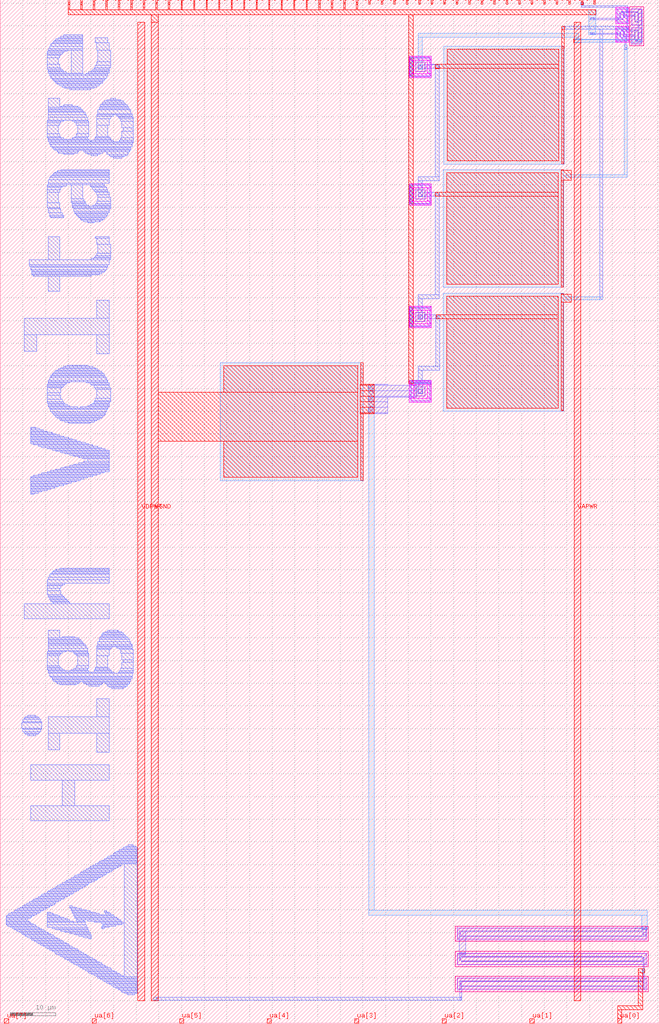
<source format=lef>
MACRO tt_um_urish_charge_pump
  CLASS BLOCK ;
  FOREIGN tt_um_urish_charge_pump ;
  ORIGIN 0.000 0.000 ;
  SIZE 145.360 BY 225.760 ;
  PIN clk
    DIRECTION INPUT ;
    USE SIGNAL ;
    ANTENNAGATEAREA 1.250000 ;
    PORT
      LAYER met4 ;
        RECT 128.190 224.760 128.490 225.760 ;
    END
  END clk
  PIN ena
    DIRECTION INPUT ;
    USE SIGNAL ;
    PORT
      LAYER met4 ;
        RECT 130.950 224.760 131.250 225.760 ;
    END
  END ena
  PIN rst_n
    DIRECTION INPUT ;
    USE SIGNAL ;
    PORT
      LAYER met4 ;
        RECT 125.430 224.760 125.730 225.760 ;
    END
  END rst_n
  PIN ua[0]
    DIRECTION INOUT ;
    USE SIGNAL ;
    ANTENNAGATEAREA 16.799999 ;
    ANTENNADIFFAREA 25.804199 ;
    PORT
      LAYER met4 ;
        RECT 136.170 0.000 137.070 1.000 ;
    END
  END ua[0]
  PIN ua[1]
    DIRECTION INOUT ;
    USE SIGNAL ;
    PORT
      LAYER met4 ;
        RECT 116.850 0.000 117.750 1.000 ;
    END
  END ua[1]
  PIN ua[2]
    DIRECTION INOUT ;
    USE SIGNAL ;
    PORT
      LAYER met4 ;
        RECT 97.530 0.000 98.430 1.000 ;
    END
  END ua[2]
  PIN ua[3]
    DIRECTION INOUT ;
    USE SIGNAL ;
    PORT
      LAYER met4 ;
        RECT 78.210 0.000 79.110 1.000 ;
    END
  END ua[3]
  PIN ua[4]
    DIRECTION INOUT ;
    USE SIGNAL ;
    PORT
      LAYER met4 ;
        RECT 58.890 0.000 59.790 1.000 ;
    END
  END ua[4]
  PIN ua[5]
    DIRECTION INOUT ;
    USE SIGNAL ;
    PORT
      LAYER met4 ;
        RECT 39.570 0.000 40.470 1.000 ;
    END
  END ua[5]
  PIN ua[6]
    DIRECTION INOUT ;
    USE SIGNAL ;
    PORT
      LAYER met4 ;
        RECT 20.250 0.000 21.150 1.000 ;
    END
  END ua[6]
  PIN ua[7]
    DIRECTION INOUT ;
    USE SIGNAL ;
    PORT
      LAYER met4 ;
        RECT 0.930 0.000 1.830 1.000 ;
    END
  END ua[7]
  PIN ui_in[0]
    DIRECTION INPUT ;
    USE SIGNAL ;
    PORT
      LAYER met4 ;
        RECT 122.670 224.760 122.970 225.760 ;
    END
  END ui_in[0]
  PIN ui_in[1]
    DIRECTION INPUT ;
    USE SIGNAL ;
    PORT
      LAYER met4 ;
        RECT 119.910 224.760 120.210 225.760 ;
    END
  END ui_in[1]
  PIN ui_in[2]
    DIRECTION INPUT ;
    USE SIGNAL ;
    PORT
      LAYER met4 ;
        RECT 117.150 224.760 117.450 225.760 ;
    END
  END ui_in[2]
  PIN ui_in[3]
    DIRECTION INPUT ;
    USE SIGNAL ;
    PORT
      LAYER met4 ;
        RECT 114.390 224.760 114.690 225.760 ;
    END
  END ui_in[3]
  PIN ui_in[4]
    DIRECTION INPUT ;
    USE SIGNAL ;
    PORT
      LAYER met4 ;
        RECT 111.630 224.760 111.930 225.760 ;
    END
  END ui_in[4]
  PIN ui_in[5]
    DIRECTION INPUT ;
    USE SIGNAL ;
    PORT
      LAYER met4 ;
        RECT 108.870 224.760 109.170 225.760 ;
    END
  END ui_in[5]
  PIN ui_in[6]
    DIRECTION INPUT ;
    USE SIGNAL ;
    PORT
      LAYER met4 ;
        RECT 106.110 224.760 106.410 225.760 ;
    END
  END ui_in[6]
  PIN ui_in[7]
    DIRECTION INPUT ;
    USE SIGNAL ;
    PORT
      LAYER met4 ;
        RECT 103.350 224.760 103.650 225.760 ;
    END
  END ui_in[7]
  PIN uio_in[0]
    DIRECTION INPUT ;
    USE SIGNAL ;
    PORT
      LAYER met4 ;
        RECT 100.590 224.760 100.890 225.760 ;
    END
  END uio_in[0]
  PIN uio_in[1]
    DIRECTION INPUT ;
    USE SIGNAL ;
    PORT
      LAYER met4 ;
        RECT 97.830 224.760 98.130 225.760 ;
    END
  END uio_in[1]
  PIN uio_in[2]
    DIRECTION INPUT ;
    USE SIGNAL ;
    PORT
      LAYER met4 ;
        RECT 95.070 224.760 95.370 225.760 ;
    END
  END uio_in[2]
  PIN uio_in[3]
    DIRECTION INPUT ;
    USE SIGNAL ;
    PORT
      LAYER met4 ;
        RECT 92.310 224.760 92.610 225.760 ;
    END
  END uio_in[3]
  PIN uio_in[4]
    DIRECTION INPUT ;
    USE SIGNAL ;
    PORT
      LAYER met4 ;
        RECT 89.550 224.760 89.850 225.760 ;
    END
  END uio_in[4]
  PIN uio_in[5]
    DIRECTION INPUT ;
    USE SIGNAL ;
    PORT
      LAYER met4 ;
        RECT 86.790 224.760 87.090 225.760 ;
    END
  END uio_in[5]
  PIN uio_in[6]
    DIRECTION INPUT ;
    USE SIGNAL ;
    PORT
      LAYER met4 ;
        RECT 84.030 224.760 84.330 225.760 ;
    END
  END uio_in[6]
  PIN uio_in[7]
    DIRECTION INPUT ;
    USE SIGNAL ;
    PORT
      LAYER met4 ;
        RECT 81.270 224.760 81.570 225.760 ;
    END
  END uio_in[7]
  PIN uio_oe[0]
    DIRECTION OUTPUT ;
    USE SIGNAL ;
    ANTENNAGATEAREA 16.799999 ;
    ANTENNADIFFAREA 25.734600 ;
    PORT
      LAYER met4 ;
        RECT 34.350 224.760 34.650 225.760 ;
    END
  END uio_oe[0]
  PIN uio_oe[1]
    DIRECTION OUTPUT ;
    USE SIGNAL ;
    ANTENNAGATEAREA 16.799999 ;
    ANTENNADIFFAREA 25.734600 ;
    PORT
      LAYER met4 ;
        RECT 31.590 224.760 31.890 225.760 ;
    END
  END uio_oe[1]
  PIN uio_oe[2]
    DIRECTION OUTPUT ;
    USE SIGNAL ;
    ANTENNAGATEAREA 16.799999 ;
    ANTENNADIFFAREA 25.734600 ;
    PORT
      LAYER met4 ;
        RECT 28.830 224.760 29.130 225.760 ;
    END
  END uio_oe[2]
  PIN uio_oe[3]
    DIRECTION OUTPUT ;
    USE SIGNAL ;
    ANTENNAGATEAREA 16.799999 ;
    ANTENNADIFFAREA 25.734600 ;
    PORT
      LAYER met4 ;
        RECT 26.070 224.760 26.370 225.760 ;
    END
  END uio_oe[3]
  PIN uio_oe[4]
    DIRECTION OUTPUT ;
    USE SIGNAL ;
    ANTENNAGATEAREA 16.799999 ;
    ANTENNADIFFAREA 25.734600 ;
    PORT
      LAYER met4 ;
        RECT 23.310 224.760 23.610 225.760 ;
    END
  END uio_oe[4]
  PIN uio_oe[5]
    DIRECTION OUTPUT ;
    USE SIGNAL ;
    ANTENNAGATEAREA 16.799999 ;
    ANTENNADIFFAREA 25.734600 ;
    PORT
      LAYER met4 ;
        RECT 20.550 224.760 20.850 225.760 ;
    END
  END uio_oe[5]
  PIN uio_oe[6]
    DIRECTION OUTPUT ;
    USE SIGNAL ;
    ANTENNAGATEAREA 16.799999 ;
    ANTENNADIFFAREA 25.734600 ;
    PORT
      LAYER met4 ;
        RECT 17.790 224.760 18.090 225.760 ;
    END
  END uio_oe[6]
  PIN uio_oe[7]
    DIRECTION OUTPUT ;
    USE SIGNAL ;
    ANTENNAGATEAREA 16.799999 ;
    ANTENNADIFFAREA 25.734600 ;
    PORT
      LAYER met4 ;
        RECT 15.030 224.760 15.330 225.760 ;
    END
  END uio_oe[7]
  PIN uio_out[0]
    DIRECTION OUTPUT ;
    USE SIGNAL ;
    ANTENNAGATEAREA 16.799999 ;
    ANTENNADIFFAREA 25.734600 ;
    PORT
      LAYER met4 ;
        RECT 56.430 224.760 56.730 225.760 ;
    END
  END uio_out[0]
  PIN uio_out[1]
    DIRECTION OUTPUT ;
    USE SIGNAL ;
    ANTENNAGATEAREA 16.799999 ;
    ANTENNADIFFAREA 25.734600 ;
    PORT
      LAYER met4 ;
        RECT 53.670 224.760 53.970 225.760 ;
    END
  END uio_out[1]
  PIN uio_out[2]
    DIRECTION OUTPUT ;
    USE SIGNAL ;
    ANTENNAGATEAREA 16.799999 ;
    ANTENNADIFFAREA 25.734600 ;
    PORT
      LAYER met4 ;
        RECT 50.910 224.760 51.210 225.760 ;
    END
  END uio_out[2]
  PIN uio_out[3]
    DIRECTION OUTPUT ;
    USE SIGNAL ;
    ANTENNAGATEAREA 16.799999 ;
    ANTENNADIFFAREA 25.734600 ;
    PORT
      LAYER met4 ;
        RECT 48.150 224.760 48.450 225.760 ;
    END
  END uio_out[3]
  PIN uio_out[4]
    DIRECTION OUTPUT ;
    USE SIGNAL ;
    ANTENNAGATEAREA 16.799999 ;
    ANTENNADIFFAREA 25.734600 ;
    PORT
      LAYER met4 ;
        RECT 45.390 224.760 45.690 225.760 ;
    END
  END uio_out[4]
  PIN uio_out[5]
    DIRECTION OUTPUT ;
    USE SIGNAL ;
    ANTENNAGATEAREA 16.799999 ;
    ANTENNADIFFAREA 25.734600 ;
    PORT
      LAYER met4 ;
        RECT 42.630 224.760 42.930 225.760 ;
    END
  END uio_out[5]
  PIN uio_out[6]
    DIRECTION OUTPUT ;
    USE SIGNAL ;
    ANTENNAGATEAREA 16.799999 ;
    ANTENNADIFFAREA 25.734600 ;
    PORT
      LAYER met4 ;
        RECT 39.870 224.760 40.170 225.760 ;
    END
  END uio_out[6]
  PIN uio_out[7]
    DIRECTION OUTPUT ;
    USE SIGNAL ;
    ANTENNAGATEAREA 16.799999 ;
    ANTENNADIFFAREA 25.734600 ;
    PORT
      LAYER met4 ;
        RECT 37.110 224.760 37.410 225.760 ;
    END
  END uio_out[7]
  PIN uo_out[0]
    DIRECTION OUTPUT ;
    USE SIGNAL ;
    ANTENNAGATEAREA 16.799999 ;
    ANTENNADIFFAREA 25.734600 ;
    PORT
      LAYER met4 ;
        RECT 78.510 224.760 78.810 225.760 ;
    END
  END uo_out[0]
  PIN uo_out[1]
    DIRECTION OUTPUT ;
    USE SIGNAL ;
    ANTENNAGATEAREA 16.799999 ;
    ANTENNADIFFAREA 25.734600 ;
    PORT
      LAYER met4 ;
        RECT 75.750 224.760 76.050 225.760 ;
    END
  END uo_out[1]
  PIN uo_out[2]
    DIRECTION OUTPUT ;
    USE SIGNAL ;
    ANTENNAGATEAREA 16.799999 ;
    ANTENNADIFFAREA 25.734600 ;
    PORT
      LAYER met4 ;
        RECT 72.990 224.760 73.290 225.760 ;
    END
  END uo_out[2]
  PIN uo_out[3]
    DIRECTION OUTPUT ;
    USE SIGNAL ;
    ANTENNAGATEAREA 16.799999 ;
    ANTENNADIFFAREA 25.734600 ;
    PORT
      LAYER met4 ;
        RECT 70.230 224.760 70.530 225.760 ;
    END
  END uo_out[3]
  PIN uo_out[4]
    DIRECTION OUTPUT ;
    USE SIGNAL ;
    ANTENNAGATEAREA 16.799999 ;
    ANTENNADIFFAREA 25.734600 ;
    PORT
      LAYER met4 ;
        RECT 67.470 224.760 67.770 225.760 ;
    END
  END uo_out[4]
  PIN uo_out[5]
    DIRECTION OUTPUT ;
    USE SIGNAL ;
    ANTENNAGATEAREA 16.799999 ;
    ANTENNADIFFAREA 25.734600 ;
    PORT
      LAYER met4 ;
        RECT 64.710 224.760 65.010 225.760 ;
    END
  END uo_out[5]
  PIN uo_out[6]
    DIRECTION OUTPUT ;
    USE SIGNAL ;
    ANTENNAGATEAREA 16.799999 ;
    ANTENNADIFFAREA 25.734600 ;
    PORT
      LAYER met4 ;
        RECT 61.950 224.760 62.250 225.760 ;
    END
  END uo_out[6]
  PIN uo_out[7]
    DIRECTION OUTPUT ;
    USE SIGNAL ;
    ANTENNAGATEAREA 16.799999 ;
    ANTENNADIFFAREA 25.734600 ;
    PORT
      LAYER met4 ;
        RECT 59.190 224.760 59.490 225.760 ;
    END
  END uo_out[7]
  PIN VAPWR
    DIRECTION INOUT ;
    USE POWER ;
    PORT
      LAYER met4 ;
        RECT 126.560 5.000 128.060 220.760 ;
    END
  END VAPWR
  PIN VGND
    DIRECTION INOUT ;
    USE GROUND ;
    PORT
      LAYER met4 ;
        RECT 33.360 5.000 34.860 220.760 ;
    END
  END VGND
  PIN VDPWR
    DIRECTION INOUT ;
    USE POWER ;
    PORT
      LAYER met4 ;
        RECT 30.360 5.000 31.860 220.760 ;
    END
  END VDPWR
  OBS
      LAYER pwell ;
        RECT 135.800 220.490 138.580 224.070 ;
        RECT 135.800 216.350 138.580 219.930 ;
      LAYER nwell ;
        RECT 138.830 215.600 141.910 224.210 ;
      LAYER pwell ;
        RECT 90.260 212.420 95.040 213.320 ;
        RECT 90.260 209.440 91.160 212.420 ;
      LAYER nwell ;
        RECT 91.160 209.440 94.140 212.420 ;
      LAYER pwell ;
        RECT 94.140 209.440 95.040 212.420 ;
        RECT 90.260 208.540 95.040 209.440 ;
        RECT 90.300 184.310 95.080 185.210 ;
        RECT 90.300 181.330 91.200 184.310 ;
      LAYER nwell ;
        RECT 91.200 181.330 94.180 184.310 ;
      LAYER pwell ;
        RECT 94.180 181.330 95.080 184.310 ;
        RECT 90.300 180.430 95.080 181.330 ;
        RECT 90.270 157.270 95.050 158.170 ;
        RECT 90.270 154.290 91.170 157.270 ;
      LAYER nwell ;
        RECT 91.170 154.290 94.150 157.270 ;
      LAYER pwell ;
        RECT 94.150 154.290 95.050 157.270 ;
        RECT 90.270 153.390 95.050 154.290 ;
        RECT 90.270 140.850 95.050 141.750 ;
        RECT 90.270 137.870 91.170 140.850 ;
      LAYER nwell ;
        RECT 91.170 137.870 94.150 140.850 ;
      LAYER pwell ;
        RECT 94.150 137.870 95.050 140.850 ;
        RECT 90.270 136.970 95.050 137.870 ;
      LAYER nwell ;
        RECT 100.360 18.050 142.940 21.440 ;
        RECT 100.360 12.480 142.940 15.870 ;
        RECT 100.360 7.000 142.940 10.390 ;
      LAYER li1 ;
        RECT 136.040 223.660 138.340 223.830 ;
        RECT 136.040 220.900 136.210 223.660 ;
        RECT 136.940 222.970 137.440 223.140 ;
        RECT 136.710 221.760 136.880 222.800 ;
        RECT 137.500 221.760 137.670 222.800 ;
        RECT 136.940 221.420 137.440 221.590 ;
        RECT 138.170 220.900 138.340 223.660 ;
        RECT 136.040 220.730 138.340 220.900 ;
        RECT 139.220 223.650 141.520 223.820 ;
        RECT 139.220 220.300 139.390 223.650 ;
        RECT 141.350 223.340 141.520 223.650 ;
        RECT 140.120 222.960 140.620 223.130 ;
        RECT 139.890 221.205 140.060 222.745 ;
        RECT 140.680 221.205 140.850 222.745 ;
        RECT 140.120 220.820 140.620 220.990 ;
        RECT 141.340 220.600 141.520 223.340 ;
        RECT 141.350 220.300 141.520 220.600 ;
        RECT 139.220 220.130 141.520 220.300 ;
        RECT 136.040 219.520 138.340 219.690 ;
        RECT 136.040 216.760 136.210 219.520 ;
        RECT 136.940 218.830 137.440 219.000 ;
        RECT 136.710 217.620 136.880 218.660 ;
        RECT 137.500 217.620 137.670 218.660 ;
        RECT 136.940 217.280 137.440 217.450 ;
        RECT 138.170 216.760 138.340 219.520 ;
        RECT 136.040 216.590 138.340 216.760 ;
        RECT 139.220 219.510 141.520 219.680 ;
        RECT 139.220 216.160 139.390 219.510 ;
        RECT 141.350 219.220 141.520 219.510 ;
        RECT 140.120 218.820 140.620 218.990 ;
        RECT 139.890 217.065 140.060 218.605 ;
        RECT 140.680 217.065 140.850 218.605 ;
        RECT 140.120 216.680 140.620 216.850 ;
        RECT 141.340 216.480 141.520 219.220 ;
        RECT 141.350 216.160 141.520 216.480 ;
        RECT 139.220 215.990 141.520 216.160 ;
        RECT 90.500 213.020 94.800 213.080 ;
        RECT 90.280 212.910 94.800 213.020 ;
        RECT 90.280 208.950 90.970 212.910 ;
        RECT 91.550 211.860 93.750 212.030 ;
        RECT 91.550 210.000 91.720 211.860 ;
        RECT 92.130 210.490 93.170 211.370 ;
        RECT 93.580 211.360 93.750 211.860 ;
        RECT 93.540 210.620 93.780 211.360 ;
        RECT 93.580 210.000 93.750 210.620 ;
        RECT 91.550 209.830 93.750 210.000 ;
        RECT 94.630 208.950 94.800 212.910 ;
        RECT 90.280 208.900 94.800 208.950 ;
        RECT 90.500 208.780 94.800 208.900 ;
        RECT 90.540 184.900 94.840 184.970 ;
        RECT 90.280 184.800 94.840 184.900 ;
        RECT 90.280 180.840 90.970 184.800 ;
        RECT 91.590 183.750 93.790 183.920 ;
        RECT 91.590 181.890 91.760 183.750 ;
        RECT 93.620 183.280 93.790 183.750 ;
        RECT 92.170 182.380 93.210 183.260 ;
        RECT 93.570 182.420 93.880 183.280 ;
        RECT 93.620 181.890 93.790 182.420 ;
        RECT 91.590 181.720 93.790 181.890 ;
        RECT 94.670 180.840 94.840 184.800 ;
        RECT 90.280 180.780 94.840 180.840 ;
        RECT 90.540 180.670 94.840 180.780 ;
        RECT 90.510 157.840 94.810 157.930 ;
        RECT 90.300 157.760 94.810 157.840 ;
        RECT 90.300 153.800 90.990 157.760 ;
        RECT 91.560 156.710 93.760 156.880 ;
        RECT 91.560 154.850 91.730 156.710 ;
        RECT 93.590 156.300 93.760 156.710 ;
        RECT 92.140 155.340 93.180 156.220 ;
        RECT 93.580 155.410 93.780 156.300 ;
        RECT 93.590 154.850 93.760 155.410 ;
        RECT 91.560 154.680 93.760 154.850 ;
        RECT 94.640 153.800 94.810 157.760 ;
        RECT 90.300 153.720 94.810 153.800 ;
        RECT 90.510 153.630 94.810 153.720 ;
        RECT 90.940 141.510 94.400 141.710 ;
        RECT 90.510 141.340 94.810 141.510 ;
        RECT 90.510 137.380 90.680 141.340 ;
        RECT 90.940 141.240 94.400 141.340 ;
        RECT 91.480 140.290 93.760 140.460 ;
        RECT 91.480 138.430 91.780 140.290 ;
        RECT 92.140 138.920 93.180 139.800 ;
        RECT 93.590 138.430 93.760 140.290 ;
        RECT 91.480 138.320 93.760 138.430 ;
        RECT 91.560 138.260 93.760 138.320 ;
        RECT 94.640 137.380 94.810 141.340 ;
        RECT 90.510 137.210 94.810 137.380 ;
        RECT 140.160 21.050 142.130 21.070 ;
        RECT 100.750 20.880 142.550 21.050 ;
        RECT 100.750 18.610 100.920 20.880 ;
        RECT 140.160 20.850 142.130 20.880 ;
        RECT 101.650 20.190 141.650 20.360 ;
        RECT 101.420 19.515 101.590 19.975 ;
        RECT 141.710 19.515 141.880 19.975 ;
        RECT 101.650 19.130 141.650 19.300 ;
        RECT 142.380 18.610 142.550 20.880 ;
        RECT 100.750 18.440 142.550 18.610 ;
        RECT 101.250 15.480 102.650 15.560 ;
        RECT 100.750 15.310 142.550 15.480 ;
        RECT 100.750 13.040 100.920 15.310 ;
        RECT 101.250 15.230 102.650 15.310 ;
        RECT 101.650 14.620 141.650 14.790 ;
        RECT 101.420 13.945 101.590 14.405 ;
        RECT 141.710 13.945 141.880 14.405 ;
        RECT 101.650 13.560 141.650 13.730 ;
        RECT 142.380 13.040 142.550 15.310 ;
        RECT 100.750 12.870 142.550 13.040 ;
        RECT 100.750 9.830 142.550 10.000 ;
        RECT 100.750 7.560 100.920 9.830 ;
        RECT 101.650 9.140 141.650 9.310 ;
        RECT 101.420 8.465 101.590 8.925 ;
        RECT 141.710 8.465 141.880 8.925 ;
        RECT 101.650 8.080 141.650 8.250 ;
        RECT 142.380 7.560 142.550 9.830 ;
        RECT 100.750 7.390 142.550 7.560 ;
      LAYER met1 ;
        RECT 136.960 223.130 137.420 223.170 ;
        RECT 138.110 223.130 138.510 223.180 ;
        RECT 140.140 223.130 140.600 223.160 ;
        RECT 136.960 222.960 140.600 223.130 ;
        RECT 136.960 222.940 137.420 222.960 ;
        RECT 138.110 222.920 138.510 222.960 ;
        RECT 140.140 222.930 140.600 222.960 ;
        RECT 136.490 222.780 136.790 222.810 ;
        RECT 135.970 221.700 136.280 221.800 ;
        RECT 136.490 221.780 136.910 222.780 ;
        RECT 137.470 222.370 137.700 222.780 ;
        RECT 140.770 222.725 141.580 223.560 ;
        RECT 139.860 222.370 140.090 222.725 ;
        RECT 137.470 222.070 140.090 222.370 ;
        RECT 137.470 221.780 137.700 222.070 ;
        RECT 136.490 221.700 136.790 221.780 ;
        RECT 130.110 221.400 136.790 221.700 ;
        RECT 135.970 221.250 136.280 221.400 ;
        RECT 136.960 221.390 137.420 221.620 ;
        RECT 138.160 219.900 138.460 222.070 ;
        RECT 139.860 221.225 140.090 222.070 ;
        RECT 140.650 221.225 141.580 222.725 ;
        RECT 140.140 220.790 140.600 221.020 ;
        RECT 138.110 219.600 138.510 219.900 ;
        RECT 138.160 219.160 138.460 219.600 ;
        RECT 136.940 218.860 140.620 219.160 ;
        RECT 136.960 218.800 137.420 218.860 ;
        RECT 140.140 218.790 140.600 218.860 ;
        RECT 136.010 218.400 136.240 218.460 ;
        RECT 136.680 218.400 136.910 218.640 ;
        RECT 130.110 218.100 136.910 218.400 ;
        RECT 136.010 218.040 136.240 218.100 ;
        RECT 136.680 217.640 136.910 218.100 ;
        RECT 137.470 218.000 137.700 218.640 ;
        RECT 140.770 218.585 141.580 221.225 ;
        RECT 139.860 218.000 140.090 218.585 ;
        RECT 137.470 217.700 140.090 218.000 ;
        RECT 137.470 217.640 138.060 217.700 ;
        RECT 137.520 217.620 138.060 217.640 ;
        RECT 136.960 217.250 137.420 217.480 ;
        RECT 137.760 215.700 138.060 217.620 ;
        RECT 139.860 217.085 140.090 217.700 ;
        RECT 140.650 217.085 141.580 218.585 ;
        RECT 140.140 216.650 140.600 216.880 ;
        RECT 140.770 216.420 141.580 217.085 ;
        RECT 137.610 214.800 138.310 215.700 ;
        RECT 90.250 213.020 91.000 213.080 ;
        RECT 90.230 208.900 91.020 213.020 ;
        RECT 92.150 210.460 93.150 211.400 ;
        RECT 93.510 211.370 93.810 211.420 ;
        RECT 95.190 211.370 96.910 211.500 ;
        RECT 93.510 210.600 96.910 211.370 ;
        RECT 93.510 210.560 93.810 210.600 ;
        RECT 90.250 208.840 91.000 208.900 ;
        RECT 90.250 184.900 91.000 184.960 ;
        RECT 90.230 180.780 91.020 184.900 ;
        RECT 93.540 183.300 93.910 183.340 ;
        RECT 92.190 183.280 93.190 183.290 ;
        RECT 92.190 182.380 93.200 183.280 ;
        RECT 93.540 182.400 96.910 183.300 ;
        RECT 92.190 182.350 93.190 182.380 ;
        RECT 93.540 182.360 93.910 182.400 ;
        RECT 90.250 180.720 91.000 180.780 ;
        RECT 90.270 157.840 91.020 157.900 ;
        RECT 90.250 153.720 91.040 157.840 ;
        RECT 93.550 156.300 93.810 156.360 ;
        RECT 92.160 155.310 93.160 156.250 ;
        RECT 93.550 155.400 96.930 156.300 ;
        RECT 93.550 155.350 93.810 155.400 ;
        RECT 90.270 153.660 91.020 153.720 ;
        RECT 90.080 141.770 95.000 141.780 ;
        RECT 90.070 141.130 95.000 141.770 ;
        RECT 90.080 141.060 95.000 141.130 ;
        RECT 81.260 140.730 85.460 141.000 ;
        RECT 81.260 140.700 91.840 140.730 ;
        RECT 81.210 139.500 91.840 140.700 ;
        RECT 81.260 138.300 91.840 139.500 ;
        RECT 92.150 138.930 93.160 139.830 ;
        RECT 92.160 138.890 93.160 138.930 ;
        RECT 81.210 138.050 91.840 138.300 ;
        RECT 81.210 137.100 85.460 138.050 ;
        RECT 81.260 135.900 85.460 137.100 ;
        RECT 81.210 134.700 85.460 135.900 ;
        RECT 81.260 134.400 85.460 134.700 ;
        RECT 141.570 21.100 142.630 21.350 ;
        RECT 140.100 20.820 142.640 21.100 ;
        RECT 141.570 20.760 142.640 20.820 ;
        RECT 101.210 20.160 141.630 20.390 ;
        RECT 101.210 19.330 102.650 20.160 ;
        RECT 141.780 19.955 142.640 20.760 ;
        RECT 141.680 19.535 142.640 19.955 ;
        RECT 101.210 19.100 141.630 19.330 ;
        RECT 141.780 19.210 142.640 19.535 ;
        RECT 101.210 15.590 102.650 19.100 ;
        RECT 101.190 15.200 102.710 15.590 ;
        RECT 101.210 15.050 102.650 15.200 ;
        RECT 101.210 14.385 101.460 15.050 ;
        RECT 101.670 14.590 141.630 14.820 ;
        RECT 141.810 14.385 142.010 14.510 ;
        RECT 101.210 13.965 101.620 14.385 ;
        RECT 141.680 13.965 142.010 14.385 ;
        RECT 101.210 13.870 101.460 13.965 ;
        RECT 141.810 13.760 142.010 13.965 ;
        RECT 101.670 13.530 142.010 13.760 ;
        RECT 141.810 11.960 142.010 13.530 ;
        RECT 141.660 11.230 142.100 11.960 ;
        RECT 141.810 10.030 142.010 11.230 ;
        RECT 141.750 9.800 142.070 10.030 ;
        RECT 101.670 9.320 141.630 9.340 ;
        RECT 101.330 9.110 141.630 9.320 ;
        RECT 101.330 8.280 101.840 9.110 ;
        RECT 141.810 8.905 142.010 9.800 ;
        RECT 141.680 8.485 142.010 8.905 ;
        RECT 101.330 8.050 141.630 8.280 ;
        RECT 101.330 5.660 101.840 8.050 ;
        RECT 141.810 7.590 142.010 8.485 ;
        RECT 141.750 7.360 142.070 7.590 ;
        RECT 101.330 5.160 101.850 5.660 ;
        RECT 101.330 5.100 101.840 5.160 ;
      LAYER met2 ;
        RECT 128.110 224.660 128.610 225.260 ;
        RECT 128.210 224.410 128.510 224.660 ;
        RECT 128.210 224.110 138.460 224.410 ;
        RECT 138.160 222.870 138.460 224.110 ;
        RECT 130.160 221.350 131.060 221.750 ;
        RECT 123.860 219.900 124.460 219.950 ;
        RECT 138.160 219.900 138.460 219.950 ;
        RECT 123.860 219.300 138.560 219.900 ;
        RECT 123.860 219.250 124.460 219.300 ;
        RECT 130.160 218.050 131.060 218.450 ;
        RECT 13.960 217.710 18.160 217.990 ;
        RECT 13.400 217.430 18.160 217.710 ;
        RECT 12.840 217.150 18.160 217.430 ;
        RECT 12.280 216.870 18.160 217.150 ;
        RECT 12.000 216.590 18.160 216.870 ;
        RECT 11.720 216.310 18.160 216.590 ;
        RECT 20.960 216.310 23.760 217.430 ;
        RECT 11.440 216.030 18.160 216.310 ;
        RECT 11.160 215.470 18.160 216.030 ;
        RECT 10.880 214.910 18.160 215.470 ;
        RECT 10.600 214.630 18.160 214.910 ;
        RECT 21.240 214.630 24.040 216.310 ;
        RECT 10.600 214.350 14.800 214.630 ;
        RECT 10.320 214.070 13.960 214.350 ;
        RECT 10.320 213.790 13.680 214.070 ;
        RECT 10.320 213.510 13.400 213.790 ;
        RECT 10.320 212.950 13.120 213.510 ;
        RECT 10.320 211.550 12.840 212.950 ;
        RECT 10.320 210.710 13.120 211.550 ;
        RECT 10.320 210.430 13.400 210.710 ;
        RECT 10.600 210.150 13.680 210.430 ;
        RECT 10.600 209.870 13.960 210.150 ;
        RECT 10.600 209.590 14.520 209.870 ;
        RECT 15.640 209.590 18.160 214.630 ;
        RECT 21.520 212.110 24.320 214.630 ;
        RECT 21.240 211.270 24.320 212.110 ;
        RECT 20.960 210.710 24.320 211.270 ;
        RECT 20.680 210.430 24.040 210.710 ;
        RECT 20.400 210.150 24.040 210.430 ;
        RECT 20.120 209.870 24.040 210.150 ;
        RECT 19.560 209.590 24.040 209.870 ;
        RECT 10.880 209.310 18.160 209.590 ;
        RECT 19.000 209.310 23.760 209.590 ;
        RECT 10.880 209.030 23.760 209.310 ;
        RECT 11.160 208.470 23.480 209.030 ;
        RECT 90.280 208.850 90.970 213.070 ;
        RECT 92.210 210.470 93.060 211.420 ;
        RECT 11.440 208.190 23.200 208.470 ;
        RECT 11.720 207.910 22.920 208.190 ;
        RECT 12.000 207.630 22.640 207.910 ;
        RECT 12.280 207.350 22.640 207.630 ;
        RECT 12.560 207.070 22.080 207.350 ;
        RECT 13.120 206.790 21.800 207.070 ;
        RECT 13.680 206.510 21.240 206.790 ;
        RECT 14.240 206.230 20.680 206.510 ;
        RECT 15.360 205.950 19.840 206.230 ;
        RECT 10.600 202.030 13.120 203.990 ;
        RECT 24.320 203.710 25.440 203.990 ;
        RECT 23.480 203.430 26.560 203.710 ;
        RECT 22.920 203.150 27.120 203.430 ;
        RECT 22.640 202.870 27.400 203.150 ;
        RECT 22.360 202.590 27.680 202.870 ;
        RECT 13.960 202.310 15.920 202.590 ;
        RECT 22.080 202.310 27.960 202.590 ;
        RECT 13.400 202.030 17.040 202.310 ;
        RECT 22.080 202.030 28.240 202.310 ;
        RECT 10.600 201.750 17.600 202.030 ;
        RECT 21.800 201.750 28.240 202.030 ;
        RECT 10.600 201.470 17.880 201.750 ;
        RECT 21.800 201.470 28.520 201.750 ;
        RECT 10.600 201.190 18.160 201.470 ;
        RECT 10.600 200.910 18.440 201.190 ;
        RECT 10.600 200.350 18.720 200.910 ;
        RECT 21.520 200.630 28.800 201.470 ;
        RECT 21.520 200.350 29.080 200.630 ;
        RECT 10.600 199.790 19.000 200.350 ;
        RECT 21.240 200.070 24.880 200.350 ;
        RECT 25.720 200.070 29.080 200.350 ;
        RECT 10.600 199.230 19.280 199.790 ;
        RECT 10.320 198.950 13.960 199.230 ;
        RECT 15.920 198.950 19.280 199.230 ;
        RECT 21.240 199.510 24.320 200.070 ;
        RECT 26.000 199.790 29.080 200.070 ;
        RECT 26.280 199.510 29.360 199.790 ;
        RECT 10.320 198.670 13.400 198.950 ;
        RECT 16.480 198.670 19.560 198.950 ;
        RECT 10.320 198.110 13.120 198.670 ;
        RECT 16.760 198.110 19.560 198.670 ;
        RECT 10.320 196.150 12.840 198.110 ;
        RECT 17.040 196.150 19.560 198.110 ;
        RECT 10.320 195.590 13.120 196.150 ;
        RECT 16.760 195.590 19.560 196.150 ;
        RECT 21.240 198.110 24.040 199.510 ;
        RECT 26.560 198.950 29.360 199.510 ;
        RECT 21.240 195.590 23.760 198.110 ;
        RECT 26.840 197.550 29.360 198.950 ;
        RECT 27.120 196.710 29.360 197.550 ;
        RECT 10.320 195.310 13.400 195.590 ;
        RECT 16.480 195.310 19.280 195.590 ;
        RECT 10.600 195.030 13.960 195.310 ;
        RECT 15.920 195.030 19.280 195.310 ;
        RECT 20.960 195.310 24.040 195.590 ;
        RECT 26.840 195.310 29.360 196.710 ;
        RECT 20.960 195.030 24.320 195.310 ;
        RECT 10.600 194.750 19.560 195.030 ;
        RECT 20.680 194.750 24.320 195.030 ;
        RECT 26.560 194.750 29.360 195.310 ;
        RECT 10.600 194.470 19.840 194.750 ;
        RECT 20.120 194.470 24.880 194.750 ;
        RECT 26.280 194.470 29.360 194.750 ;
        RECT 10.880 194.190 29.360 194.470 ;
        RECT 10.880 193.910 29.080 194.190 ;
        RECT 11.160 193.350 29.080 193.910 ;
        RECT 11.440 193.070 28.800 193.350 ;
        RECT 11.720 192.790 28.800 193.070 ;
        RECT 12.000 192.510 28.800 192.790 ;
        RECT 12.560 192.230 17.320 192.510 ;
        RECT 18.440 192.230 22.920 192.510 ;
        RECT 23.200 192.230 28.520 192.510 ;
        RECT 12.840 191.950 17.040 192.230 ;
        RECT 18.720 191.950 22.640 192.230 ;
        RECT 13.960 191.670 16.200 191.950 ;
        RECT 19.280 191.670 22.080 191.950 ;
        RECT 23.480 191.670 28.240 192.230 ;
        RECT 20.120 191.390 21.520 191.670 ;
        RECT 24.040 191.390 27.960 191.670 ;
        RECT 24.320 191.110 27.400 191.390 ;
        RECT 24.880 190.830 26.840 191.110 ;
        RECT 13.400 188.030 24.040 188.310 ;
        RECT 12.560 187.750 24.040 188.030 ;
        RECT 12.000 187.470 24.040 187.750 ;
        RECT 11.720 187.190 24.040 187.470 ;
        RECT 11.440 186.910 24.040 187.190 ;
        RECT 11.160 186.630 24.040 186.910 ;
        RECT 95.960 186.720 96.860 211.550 ;
        RECT 10.880 186.070 24.040 186.630 ;
        RECT 10.600 185.230 24.040 186.070 ;
        RECT 92.170 185.820 96.860 186.720 ;
        RECT 10.600 184.950 22.640 185.230 ;
        RECT 10.320 184.670 14.520 184.950 ;
        RECT 10.320 184.390 13.680 184.670 ;
        RECT 10.320 183.830 13.400 184.390 ;
        RECT 10.320 183.270 13.120 183.830 ;
        RECT 10.320 181.030 12.840 183.270 ;
        RECT 15.640 181.870 18.160 184.950 ;
        RECT 19.840 184.670 22.920 184.950 ;
        RECT 20.120 184.390 23.200 184.670 ;
        RECT 20.400 183.830 23.480 184.390 ;
        RECT 20.680 183.550 23.760 183.830 ;
        RECT 20.960 183.270 23.760 183.550 ;
        RECT 21.240 182.710 24.040 183.270 ;
        RECT 21.520 182.150 24.040 182.710 ;
        RECT 15.640 181.310 18.440 181.870 ;
        RECT 21.520 181.310 24.320 182.150 ;
        RECT 15.640 181.030 18.720 181.310 ;
        RECT 10.320 179.910 13.120 181.030 ;
        RECT 15.920 180.750 18.720 181.030 ;
        RECT 21.240 180.750 24.320 181.310 ;
        RECT 15.920 180.470 19.000 180.750 ;
        RECT 20.960 180.470 24.320 180.750 ;
        RECT 90.280 180.730 90.970 184.950 ;
        RECT 92.170 183.330 93.070 185.820 ;
        RECT 92.170 182.370 93.150 183.330 ;
        RECT 92.250 182.330 93.150 182.370 ;
        RECT 15.920 180.190 19.560 180.470 ;
        RECT 20.400 180.190 24.320 180.470 ;
        RECT 15.920 179.910 24.320 180.190 ;
        RECT 10.600 179.630 13.120 179.910 ;
        RECT 16.200 179.630 24.320 179.910 ;
        RECT 10.600 178.790 13.400 179.630 ;
        RECT 16.200 179.070 24.040 179.630 ;
        RECT 16.480 178.790 24.040 179.070 ;
        RECT 10.880 178.230 13.680 178.790 ;
        RECT 16.480 178.510 23.760 178.790 ;
        RECT 16.760 178.230 23.760 178.510 ;
        RECT 10.880 177.950 13.960 178.230 ;
        RECT 17.040 177.950 23.480 178.230 ;
        RECT 11.160 177.670 13.960 177.950 ;
        RECT 17.320 177.670 23.200 177.950 ;
        RECT 17.600 177.390 22.920 177.670 ;
        RECT 17.880 177.110 22.640 177.390 ;
        RECT 18.440 176.830 22.080 177.110 ;
        RECT 19.280 176.550 20.680 176.830 ;
        RECT 10.600 168.430 13.120 173.470 ;
        RECT 20.960 173.190 24.040 173.470 ;
        RECT 21.240 171.790 24.040 173.190 ;
        RECT 21.520 169.830 24.320 171.790 ;
        RECT 21.240 169.270 24.320 169.830 ;
        RECT 20.960 168.990 24.320 169.270 ;
        RECT 20.680 168.710 24.320 168.990 ;
        RECT 20.120 168.430 24.320 168.710 ;
        RECT 6.400 167.310 24.040 168.430 ;
        RECT 6.400 167.030 23.760 167.310 ;
        RECT 6.680 166.750 23.760 167.030 ;
        RECT 6.680 166.190 23.480 166.750 ;
        RECT 6.960 165.910 23.200 166.190 ;
        RECT 6.960 165.630 22.920 165.910 ;
        RECT 6.960 165.350 22.360 165.630 ;
        RECT 6.960 165.070 21.800 165.350 ;
        RECT 7.240 164.790 20.120 165.070 ;
        RECT 10.600 161.430 13.120 164.790 ;
        RECT 95.960 160.660 96.860 183.350 ;
        RECT 92.170 159.760 96.860 160.660 ;
        RECT 21.240 155.550 24.040 159.470 ;
        RECT 5.280 151.910 24.040 155.550 ;
        RECT 90.300 153.670 90.990 157.890 ;
        RECT 92.170 155.360 93.070 159.760 ;
        RECT 132.260 159.550 132.860 219.300 ;
        RECT 141.110 216.410 141.390 217.010 ;
        RECT 137.660 214.750 138.260 215.750 ;
        RECT 92.210 155.320 93.070 155.360 ;
        RECT 5.280 148.270 8.080 151.910 ;
        RECT 21.240 147.710 24.040 151.910 ;
        RECT 14.800 144.910 19.280 145.190 ;
        RECT 13.960 144.630 20.400 144.910 ;
        RECT 96.040 144.900 96.940 156.280 ;
        RECT 13.400 144.350 20.960 144.630 ;
        RECT 12.840 144.070 21.520 144.350 ;
        RECT 12.280 143.790 21.800 144.070 ;
        RECT 92.200 144.000 96.940 144.900 ;
        RECT 12.000 143.510 22.360 143.790 ;
        RECT 11.720 143.230 22.640 143.510 ;
        RECT 11.440 142.950 22.920 143.230 ;
        RECT 11.160 142.670 22.920 142.950 ;
        RECT 11.160 142.390 23.200 142.670 ;
        RECT 10.880 141.830 23.480 142.390 ;
        RECT 10.600 141.550 23.760 141.830 ;
        RECT 10.600 141.270 15.360 141.550 ;
        RECT 19.000 141.270 23.760 141.550 ;
        RECT 10.600 140.990 14.520 141.270 ;
        RECT 19.840 140.990 24.040 141.270 ;
        RECT 90.120 141.080 91.040 141.820 ;
        RECT 10.320 140.710 14.240 140.990 ;
        RECT 20.120 140.710 24.040 140.990 ;
        RECT 10.320 140.430 13.960 140.710 ;
        RECT 10.320 140.150 13.680 140.430 ;
        RECT 20.680 140.150 24.040 140.710 ;
        RECT 10.320 139.030 13.400 140.150 ;
        RECT 20.960 139.870 24.320 140.150 ;
        RECT 10.320 138.470 13.120 139.030 ;
        RECT 10.320 137.630 13.400 138.470 ;
        RECT 21.240 137.910 24.320 139.870 ;
        RECT 81.260 139.450 82.460 140.750 ;
        RECT 92.200 138.880 93.100 144.000 ;
        RECT 10.320 137.070 13.680 137.630 ;
        RECT 20.960 137.350 24.320 137.910 ;
        RECT 20.680 137.070 24.320 137.350 ;
        RECT 10.320 136.790 13.960 137.070 ;
        RECT 20.680 136.790 24.040 137.070 ;
        RECT 81.260 137.050 82.460 138.350 ;
        RECT 10.600 136.510 14.240 136.790 ;
        RECT 20.400 136.510 24.040 136.790 ;
        RECT 10.600 136.230 14.800 136.510 ;
        RECT 19.840 136.230 24.040 136.510 ;
        RECT 10.600 135.950 15.360 136.230 ;
        RECT 19.280 135.950 24.040 136.230 ;
        RECT 10.880 135.670 17.040 135.950 ;
        RECT 17.600 135.670 23.760 135.950 ;
        RECT 10.880 135.390 23.760 135.670 ;
        RECT 11.160 134.830 23.480 135.390 ;
        RECT 11.440 134.550 23.200 134.830 ;
        RECT 81.260 134.650 82.460 135.950 ;
        RECT 11.720 134.270 23.200 134.550 ;
        RECT 12.000 133.990 22.920 134.270 ;
        RECT 12.280 133.710 22.640 133.990 ;
        RECT 12.560 133.430 22.360 133.710 ;
        RECT 13.120 133.150 21.800 133.430 ;
        RECT 13.400 132.870 21.240 133.150 ;
        RECT 14.240 132.590 20.680 132.870 ;
        RECT 15.080 132.310 19.840 132.590 ;
        RECT 6.680 131.190 7.800 131.470 ;
        RECT 6.680 130.910 8.640 131.190 ;
        RECT 6.680 130.630 9.480 130.910 ;
        RECT 6.680 130.350 10.320 130.630 ;
        RECT 6.680 130.070 11.440 130.350 ;
        RECT 6.680 129.790 12.280 130.070 ;
        RECT 6.680 129.510 13.120 129.790 ;
        RECT 6.680 129.230 13.960 129.510 ;
        RECT 6.680 128.950 15.080 129.230 ;
        RECT 6.680 128.670 15.920 128.950 ;
        RECT 6.680 128.390 16.760 128.670 ;
        RECT 6.680 128.110 17.600 128.390 ;
        RECT 6.680 127.830 18.720 128.110 ;
        RECT 7.240 127.550 19.560 127.830 ;
        RECT 8.360 127.270 20.400 127.550 ;
        RECT 9.200 126.990 21.520 127.270 ;
        RECT 10.320 126.710 22.360 126.990 ;
        RECT 11.440 126.430 23.200 126.710 ;
        RECT 12.280 126.150 24.040 126.430 ;
        RECT 13.400 125.870 24.040 126.150 ;
        RECT 14.240 125.590 24.040 125.870 ;
        RECT 15.360 125.310 24.040 125.590 ;
        RECT 16.200 125.030 24.040 125.310 ;
        RECT 17.320 124.750 24.040 125.030 ;
        RECT 18.160 124.470 24.040 124.750 ;
        RECT 19.280 123.910 24.040 124.470 ;
        RECT 18.440 123.630 24.040 123.910 ;
        RECT 17.320 123.350 24.040 123.630 ;
        RECT 16.200 123.070 24.040 123.350 ;
        RECT 15.360 122.790 24.040 123.070 ;
        RECT 14.240 122.510 24.040 122.790 ;
        RECT 13.400 122.230 24.040 122.510 ;
        RECT 12.280 121.950 24.040 122.230 ;
        RECT 11.160 121.670 24.040 121.950 ;
        RECT 10.320 121.390 22.920 121.670 ;
        RECT 9.200 121.110 22.080 121.390 ;
        RECT 8.360 120.830 21.240 121.110 ;
        RECT 7.240 120.550 20.400 120.830 ;
        RECT 6.680 120.270 19.280 120.550 ;
        RECT 6.680 119.990 18.440 120.270 ;
        RECT 6.680 119.710 17.600 119.990 ;
        RECT 6.680 119.430 16.760 119.710 ;
        RECT 6.680 119.150 15.640 119.430 ;
        RECT 6.680 118.870 14.800 119.150 ;
        RECT 6.680 118.590 13.960 118.870 ;
        RECT 6.680 118.310 12.840 118.590 ;
        RECT 6.680 118.030 12.000 118.310 ;
        RECT 6.680 117.750 11.160 118.030 ;
        RECT 6.680 117.470 10.320 117.750 ;
        RECT 6.680 117.190 9.200 117.470 ;
        RECT 6.680 116.910 8.360 117.190 ;
        RECT 6.680 116.630 7.520 116.910 ;
        RECT 13.120 100.110 24.040 100.390 ;
        RECT 12.280 99.830 24.040 100.110 ;
        RECT 11.720 99.550 24.040 99.830 ;
        RECT 11.440 99.270 24.040 99.550 ;
        RECT 11.160 98.990 24.040 99.270 ;
        RECT 10.880 98.430 24.040 98.990 ;
        RECT 10.600 97.870 24.040 98.430 ;
        RECT 10.320 97.030 24.040 97.870 ;
        RECT 10.320 96.750 14.240 97.030 ;
        RECT 10.320 96.470 13.680 96.750 ;
        RECT 10.320 95.910 13.400 96.470 ;
        RECT 10.320 95.350 13.120 95.910 ;
        RECT 10.320 94.510 13.400 95.350 ;
        RECT 10.600 94.230 13.680 94.510 ;
        RECT 10.600 93.950 13.960 94.230 ;
        RECT 10.880 93.670 14.240 93.950 ;
        RECT 10.880 93.390 14.520 93.670 ;
        RECT 11.160 93.110 14.800 93.390 ;
        RECT 11.440 92.830 15.080 93.110 ;
        RECT 11.720 92.550 15.360 92.830 ;
        RECT 5.280 89.190 24.040 92.550 ;
        RECT 10.600 84.990 13.120 86.670 ;
        RECT 23.760 86.390 26.000 86.670 ;
        RECT 23.200 86.110 26.840 86.390 ;
        RECT 22.640 85.830 27.120 86.110 ;
        RECT 22.360 85.550 27.400 85.830 ;
        RECT 22.360 85.270 27.680 85.550 ;
        RECT 13.680 84.990 16.480 85.270 ;
        RECT 22.080 84.990 27.960 85.270 ;
        RECT 10.600 84.710 17.320 84.990 ;
        RECT 21.800 84.710 28.240 84.990 ;
        RECT 10.600 84.430 17.600 84.710 ;
        RECT 10.600 84.150 17.880 84.430 ;
        RECT 21.800 84.150 28.520 84.710 ;
        RECT 10.600 83.870 18.160 84.150 ;
        RECT 10.600 83.590 18.440 83.870 ;
        RECT 21.520 83.590 28.800 84.150 ;
        RECT 10.600 83.310 18.720 83.590 ;
        RECT 21.520 83.310 29.080 83.590 ;
        RECT 10.600 82.750 19.000 83.310 ;
        RECT 21.240 83.030 29.080 83.310 ;
        RECT 21.240 82.750 24.600 83.030 ;
        RECT 25.720 82.750 29.080 83.030 ;
        RECT 10.600 82.190 19.280 82.750 ;
        RECT 10.600 81.910 14.520 82.190 ;
        RECT 15.360 81.910 19.280 82.190 ;
        RECT 10.320 81.630 13.680 81.910 ;
        RECT 16.200 81.630 19.280 81.910 ;
        RECT 21.240 82.470 24.320 82.750 ;
        RECT 26.280 82.470 29.080 82.750 ;
        RECT 10.320 81.350 13.400 81.630 ;
        RECT 16.480 81.350 19.560 81.630 ;
        RECT 10.320 81.070 13.120 81.350 ;
        RECT 16.760 81.070 19.560 81.350 ;
        RECT 10.320 78.830 12.840 81.070 ;
        RECT 17.040 78.830 19.560 81.070 ;
        RECT 10.320 78.550 13.120 78.830 ;
        RECT 10.320 78.270 13.400 78.550 ;
        RECT 16.760 78.270 19.560 78.830 ;
        RECT 21.240 81.070 24.040 82.470 ;
        RECT 26.560 81.630 29.360 82.470 ;
        RECT 21.240 78.550 23.760 81.070 ;
        RECT 26.840 80.230 29.360 81.630 ;
        RECT 27.120 79.670 29.360 80.230 ;
        RECT 20.960 78.270 23.760 78.550 ;
        RECT 26.840 78.270 29.360 79.670 ;
        RECT 10.320 77.990 13.680 78.270 ;
        RECT 16.200 77.990 19.280 78.270 ;
        RECT 20.960 77.990 24.040 78.270 ;
        RECT 10.600 77.710 14.240 77.990 ;
        RECT 15.640 77.710 19.280 77.990 ;
        RECT 20.680 77.710 24.320 77.990 ;
        RECT 26.560 77.710 29.360 78.270 ;
        RECT 10.600 77.430 19.560 77.710 ;
        RECT 20.680 77.430 24.600 77.710 ;
        RECT 26.280 77.430 29.360 77.710 ;
        RECT 10.600 77.150 25.160 77.430 ;
        RECT 26.000 77.150 29.360 77.430 ;
        RECT 10.880 76.590 29.080 77.150 ;
        RECT 11.160 76.310 29.080 76.590 ;
        RECT 11.440 76.030 29.080 76.310 ;
        RECT 11.440 75.750 28.800 76.030 ;
        RECT 11.720 75.470 28.800 75.750 ;
        RECT 12.280 75.190 17.600 75.470 ;
        RECT 18.160 75.190 28.520 75.470 ;
        RECT 12.560 74.910 17.320 75.190 ;
        RECT 18.440 74.910 22.640 75.190 ;
        RECT 23.200 74.910 28.520 75.190 ;
        RECT 13.120 74.630 16.760 74.910 ;
        RECT 19.000 74.630 22.360 74.910 ;
        RECT 23.480 74.630 28.240 74.910 ;
        RECT 19.560 74.350 21.800 74.630 ;
        RECT 23.760 74.350 27.960 74.630 ;
        RECT 24.040 74.070 27.680 74.350 ;
        RECT 24.600 73.790 27.120 74.070 ;
        RECT 6.120 67.630 7.800 67.910 ;
        RECT 21.240 67.630 24.040 71.550 ;
        RECT 5.560 67.350 8.360 67.630 ;
        RECT 5.280 67.070 8.640 67.350 ;
        RECT 5.000 66.510 8.920 67.070 ;
        RECT 5.000 66.230 9.200 66.510 ;
        RECT 4.720 65.110 9.200 66.230 ;
        RECT 5.000 64.830 9.200 65.110 ;
        RECT 5.000 64.270 8.920 64.830 ;
        RECT 5.280 63.990 8.640 64.270 ;
        RECT 10.600 63.990 24.040 67.630 ;
        RECT 5.560 63.710 8.360 63.990 ;
        RECT 6.120 63.430 7.800 63.710 ;
        RECT 10.600 60.350 13.120 63.990 ;
        RECT 21.240 59.790 24.040 63.990 ;
        RECT 6.680 53.630 24.040 56.990 ;
        RECT 13.680 48.030 16.480 53.630 ;
        RECT 6.680 44.670 24.040 48.030 ;
        RECT 28.240 39.070 29.360 39.350 ;
        RECT 27.680 38.790 29.920 39.070 ;
        RECT 27.120 38.510 30.200 38.790 ;
        RECT 26.840 38.230 30.200 38.510 ;
        RECT 26.280 37.950 30.200 38.230 ;
        RECT 25.720 37.670 30.200 37.950 ;
        RECT 25.160 37.390 30.200 37.670 ;
        RECT 24.880 37.110 30.200 37.390 ;
        RECT 24.320 36.830 30.200 37.110 ;
        RECT 23.760 36.550 30.200 36.830 ;
        RECT 23.480 36.270 30.200 36.550 ;
        RECT 22.920 35.990 30.200 36.270 ;
        RECT 22.360 35.710 30.200 35.990 ;
        RECT 21.800 35.430 30.200 35.710 ;
        RECT 21.520 35.150 30.200 35.430 ;
        RECT 20.960 34.870 26.840 35.150 ;
        RECT 20.400 34.590 26.560 34.870 ;
        RECT 19.840 34.310 26.000 34.590 ;
        RECT 19.560 34.030 25.440 34.310 ;
        RECT 19.000 33.750 24.880 34.030 ;
        RECT 18.440 33.470 24.600 33.750 ;
        RECT 17.880 33.190 24.040 33.470 ;
        RECT 17.600 32.910 23.480 33.190 ;
        RECT 17.040 32.630 23.200 32.910 ;
        RECT 16.480 32.350 22.640 32.630 ;
        RECT 16.200 32.070 22.080 32.350 ;
        RECT 15.640 31.790 21.520 32.070 ;
        RECT 15.080 31.510 21.240 31.790 ;
        RECT 14.520 31.230 20.680 31.510 ;
        RECT 14.240 30.950 20.120 31.230 ;
        RECT 13.680 30.670 19.560 30.950 ;
        RECT 13.120 30.390 19.280 30.670 ;
        RECT 12.560 30.110 18.720 30.390 ;
        RECT 12.280 29.830 18.160 30.110 ;
        RECT 11.720 29.550 17.600 29.830 ;
        RECT 11.160 29.270 17.320 29.550 ;
        RECT 10.600 28.990 16.760 29.270 ;
        RECT 10.320 28.710 16.200 28.990 ;
        RECT 9.760 28.430 15.920 28.710 ;
        RECT 9.200 28.150 15.360 28.430 ;
        RECT 8.920 27.870 14.800 28.150 ;
        RECT 8.360 27.590 14.240 27.870 ;
        RECT 7.800 27.310 13.960 27.590 ;
        RECT 7.240 27.030 13.400 27.310 ;
        RECT 6.960 26.750 12.840 27.030 ;
        RECT 6.400 26.470 12.280 26.750 ;
        RECT 5.840 26.190 12.000 26.470 ;
        RECT 5.280 25.910 11.440 26.190 ;
        RECT 5.000 25.630 10.880 25.910 ;
        RECT 15.360 25.630 15.920 25.910 ;
        RECT 4.440 25.350 10.320 25.630 ;
        RECT 15.360 25.350 16.760 25.630 ;
        RECT 3.880 25.070 10.040 25.350 ;
        RECT 15.640 25.070 17.880 25.350 ;
        RECT 3.320 24.790 9.480 25.070 ;
        RECT 15.640 24.790 19.000 25.070 ;
        RECT 3.040 24.510 8.920 24.790 ;
        RECT 15.920 24.510 19.840 24.790 ;
        RECT 22.920 24.510 23.480 24.790 ;
        RECT 2.480 24.230 8.640 24.510 ;
        RECT 10.320 24.230 11.160 24.510 ;
        RECT 15.920 24.230 20.960 24.510 ;
        RECT 23.200 24.230 24.040 24.510 ;
        RECT 1.920 23.950 8.080 24.230 ;
        RECT 10.320 23.950 11.720 24.230 ;
        RECT 16.200 23.950 21.800 24.230 ;
        RECT 23.200 23.950 24.320 24.230 ;
        RECT 1.640 23.670 7.520 23.950 ;
        RECT 10.320 23.670 12.560 23.950 ;
        RECT 16.200 23.670 22.920 23.950 ;
        RECT 23.480 23.670 24.880 23.950 ;
        RECT 1.360 23.390 6.960 23.670 ;
        RECT 10.320 23.390 13.120 23.670 ;
        RECT 16.480 23.390 25.160 23.670 ;
        RECT 1.360 23.110 6.680 23.390 ;
        RECT 10.320 23.110 13.960 23.390 ;
        RECT 16.480 23.110 25.720 23.390 ;
        RECT 1.360 22.830 6.120 23.110 ;
        RECT 10.320 22.830 14.800 23.110 ;
        RECT 16.760 22.830 26.000 23.110 ;
        RECT 1.360 22.550 5.840 22.830 ;
        RECT 10.320 22.550 15.360 22.830 ;
        RECT 16.760 22.550 18.440 22.830 ;
        RECT 19.280 22.550 26.560 22.830 ;
        RECT 1.360 22.270 6.400 22.550 ;
        RECT 10.320 22.270 16.200 22.550 ;
        RECT 17.040 22.270 18.720 22.550 ;
        RECT 20.680 22.270 26.840 22.550 ;
        RECT 1.360 21.990 6.680 22.270 ;
        RECT 1.360 21.710 7.240 21.990 ;
        RECT 10.320 21.710 18.720 22.270 ;
        RECT 22.360 21.990 27.120 22.270 ;
        RECT 22.920 21.710 26.840 21.990 ;
        RECT 1.640 21.430 7.800 21.710 ;
        RECT 2.200 21.150 8.080 21.430 ;
        RECT 10.320 21.150 19.000 21.710 ;
        RECT 22.640 21.430 25.440 21.710 ;
        RECT 22.360 21.150 24.040 21.430 ;
        RECT 2.760 20.870 8.640 21.150 ;
        RECT 11.440 20.870 19.280 21.150 ;
        RECT 22.360 20.870 22.920 21.150 ;
        RECT 3.040 20.590 9.200 20.870 ;
        RECT 12.280 20.590 19.280 20.870 ;
        RECT 3.600 20.310 9.760 20.590 ;
        RECT 13.400 20.310 19.560 20.590 ;
        RECT 4.160 20.030 10.040 20.310 ;
        RECT 14.240 20.030 19.560 20.310 ;
        RECT 4.720 19.750 10.600 20.030 ;
        RECT 15.360 19.750 19.840 20.030 ;
        RECT 5.000 19.470 11.160 19.750 ;
        RECT 16.480 19.470 19.840 19.750 ;
        RECT 5.560 19.190 11.720 19.470 ;
        RECT 17.320 19.190 20.120 19.470 ;
        RECT 6.120 18.910 12.000 19.190 ;
        RECT 18.440 18.910 20.120 19.190 ;
        RECT 6.680 18.630 12.560 18.910 ;
        RECT 19.560 18.630 20.120 18.910 ;
        RECT 6.960 18.350 13.120 18.630 ;
        RECT 7.520 18.070 13.680 18.350 ;
        RECT 8.080 17.790 13.960 18.070 ;
        RECT 8.360 17.510 14.520 17.790 ;
        RECT 8.920 17.230 15.080 17.510 ;
        RECT 9.480 16.950 15.360 17.230 ;
        RECT 10.040 16.670 15.920 16.950 ;
        RECT 10.320 16.390 16.480 16.670 ;
        RECT 10.880 16.110 17.040 16.390 ;
        RECT 11.440 15.830 17.320 16.110 ;
        RECT 12.000 15.550 17.880 15.830 ;
        RECT 12.280 15.270 18.440 15.550 ;
        RECT 12.840 14.990 19.000 15.270 ;
        RECT 13.400 14.710 19.280 14.990 ;
        RECT 13.960 14.430 19.840 14.710 ;
        RECT 14.240 14.150 20.400 14.430 ;
        RECT 14.800 13.870 20.960 14.150 ;
        RECT 15.360 13.590 21.240 13.870 ;
        RECT 15.640 13.310 21.800 13.590 ;
        RECT 16.200 13.030 22.360 13.310 ;
        RECT 16.760 12.750 22.640 13.030 ;
        RECT 17.320 12.470 23.200 12.750 ;
        RECT 17.600 12.190 23.760 12.470 ;
        RECT 18.160 11.910 24.320 12.190 ;
        RECT 18.720 11.630 24.600 11.910 ;
        RECT 19.280 11.350 25.160 11.630 ;
        RECT 19.560 11.070 25.720 11.350 ;
        RECT 20.120 10.790 26.280 11.070 ;
        RECT 20.680 10.510 26.560 10.790 ;
        RECT 21.240 10.230 27.120 10.510 ;
        RECT 27.400 10.230 30.200 35.150 ;
        RECT 141.620 20.710 142.580 21.400 ;
        RECT 141.710 11.180 142.050 12.010 ;
        RECT 21.520 9.950 30.200 10.230 ;
        RECT 22.080 9.670 30.200 9.950 ;
        RECT 22.640 9.390 30.200 9.670 ;
        RECT 22.920 9.110 30.200 9.390 ;
        RECT 23.480 8.830 30.200 9.110 ;
        RECT 24.040 8.550 30.200 8.830 ;
        RECT 24.600 8.270 30.200 8.550 ;
        RECT 24.880 7.990 30.200 8.270 ;
        RECT 25.440 7.710 30.200 7.990 ;
        RECT 26.000 7.430 30.200 7.710 ;
        RECT 26.560 7.150 30.200 7.430 ;
        RECT 26.840 6.870 30.200 7.150 ;
        RECT 27.400 6.590 30.200 6.870 ;
        RECT 27.960 6.310 29.640 6.590 ;
        RECT 33.860 5.700 34.460 5.750 ;
        RECT 101.380 5.700 101.800 5.710 ;
        RECT 33.860 5.100 101.830 5.700 ;
        RECT 33.860 5.050 34.460 5.100 ;
      LAYER met3 ;
        RECT 128.060 224.685 128.660 225.235 ;
        RECT 129.810 222.500 131.410 223.500 ;
        RECT 123.810 219.275 124.510 219.925 ;
        RECT 92.160 217.500 127.560 218.400 ;
        RECT 129.860 218.000 131.360 222.500 ;
        RECT 90.230 208.875 91.020 213.045 ;
        RECT 92.160 211.395 93.060 217.500 ;
        RECT 126.660 217.200 127.560 217.500 ;
        RECT 126.520 217.000 128.110 217.200 ;
        RECT 126.520 216.985 141.430 217.000 ;
        RECT 126.520 216.435 141.440 216.985 ;
        RECT 126.520 216.400 141.430 216.435 ;
        RECT 126.520 216.300 128.110 216.400 ;
        RECT 126.660 216.230 127.560 216.300 ;
        RECT 92.160 210.495 93.110 211.395 ;
        RECT 95.910 210.575 96.910 211.525 ;
        RECT 92.160 210.440 93.060 210.495 ;
        RECT 97.860 189.500 124.355 215.500 ;
        RECT 137.610 214.775 138.310 215.725 ;
        RECT 90.230 180.755 91.020 184.925 ;
        RECT 95.910 182.375 96.910 183.325 ;
        RECT 97.760 162.300 124.255 188.300 ;
        RECT 137.660 187.200 138.260 214.775 ;
        RECT 124.710 186.600 138.260 187.200 ;
        RECT 90.250 153.695 91.040 157.865 ;
        RECT 96.120 155.455 96.900 156.235 ;
        RECT 48.560 119.700 80.055 145.700 ;
        RECT 90.070 141.105 91.090 141.795 ;
        RECT 81.260 140.725 82.460 141.000 ;
        RECT 81.210 139.475 82.510 140.725 ;
        RECT 81.260 138.325 82.460 139.475 ;
        RECT 81.210 137.075 82.510 138.325 ;
        RECT 81.260 135.925 82.460 137.075 ;
        RECT 81.210 134.675 82.510 135.925 ;
        RECT 97.760 135.000 124.255 161.000 ;
        RECT 132.210 160.200 132.910 160.225 ;
        RECT 124.710 159.600 132.910 160.200 ;
        RECT 132.210 159.575 132.910 159.600 ;
        RECT 81.260 24.970 82.460 134.675 ;
        RECT 81.260 23.770 142.690 24.970 ;
        RECT 141.490 20.630 142.690 23.770 ;
        RECT 141.660 11.205 142.100 11.985 ;
        RECT 33.810 5.075 34.510 5.725 ;
      LAYER met4 ;
        RECT 128.105 224.760 128.190 225.215 ;
        RECT 128.490 224.760 128.615 225.215 ;
        RECT 15.030 223.500 15.330 224.760 ;
        RECT 17.790 223.500 18.090 224.760 ;
        RECT 20.550 223.500 20.850 224.760 ;
        RECT 23.310 223.500 23.610 224.760 ;
        RECT 26.070 223.500 26.370 224.760 ;
        RECT 28.830 223.500 29.130 224.760 ;
        RECT 31.590 223.500 31.890 224.760 ;
        RECT 34.350 223.500 34.650 224.760 ;
        RECT 37.110 223.500 37.410 224.760 ;
        RECT 39.870 223.500 40.170 224.760 ;
        RECT 42.630 223.500 42.930 224.760 ;
        RECT 45.390 223.500 45.690 224.760 ;
        RECT 48.150 223.500 48.450 224.760 ;
        RECT 50.910 223.500 51.210 224.760 ;
        RECT 53.670 223.500 53.970 224.760 ;
        RECT 56.430 223.500 56.730 224.760 ;
        RECT 59.190 223.500 59.490 224.760 ;
        RECT 61.950 223.500 62.250 224.760 ;
        RECT 64.710 223.500 65.010 224.760 ;
        RECT 67.470 223.500 67.770 224.760 ;
        RECT 70.230 223.500 70.530 224.760 ;
        RECT 72.990 223.500 73.290 224.760 ;
        RECT 75.750 223.500 76.050 224.760 ;
        RECT 78.510 223.500 78.810 224.760 ;
        RECT 128.105 224.705 128.615 224.760 ;
        RECT 129.855 223.500 131.365 223.505 ;
        RECT 14.990 222.500 131.365 223.500 ;
        RECT 33.360 220.760 34.860 222.500 ;
        RECT 49.255 139.200 78.865 145.005 ;
        RECT 79.555 141.000 80.035 145.640 ;
        RECT 90.090 141.080 91.090 222.500 ;
        RECT 129.855 222.495 131.365 222.500 ;
        RECT 123.855 219.295 124.465 219.905 ;
        RECT 123.860 215.440 124.460 219.295 ;
        RECT 126.555 216.295 126.560 217.205 ;
        RECT 128.060 216.295 128.065 217.205 ;
        RECT 123.855 215.100 124.460 215.440 ;
        RECT 95.955 211.500 96.865 211.505 ;
        RECT 98.555 211.500 123.165 214.805 ;
        RECT 95.955 210.600 123.165 211.500 ;
        RECT 95.955 210.595 96.865 210.600 ;
        RECT 98.555 190.195 123.165 210.600 ;
        RECT 123.855 189.560 124.335 215.100 ;
        RECT 123.755 188.100 124.235 188.240 ;
        RECT 95.955 183.300 96.865 183.305 ;
        RECT 98.455 183.300 123.065 187.605 ;
        RECT 95.955 182.400 123.065 183.300 ;
        RECT 95.955 182.395 96.865 182.400 ;
        RECT 98.455 162.995 123.065 182.400 ;
        RECT 123.755 186.000 125.960 188.100 ;
        RECT 123.755 162.360 124.235 186.000 ;
        RECT 123.755 160.800 124.235 160.940 ;
        RECT 98.455 156.300 123.065 160.305 ;
        RECT 96.120 155.400 123.065 156.300 ;
        RECT 34.860 128.400 78.865 139.200 ;
        RECT 79.460 140.705 82.460 141.000 ;
        RECT 79.460 139.495 82.465 140.705 ;
        RECT 79.460 138.305 82.460 139.495 ;
        RECT 79.460 137.095 82.465 138.305 ;
        RECT 79.460 135.905 82.460 137.095 ;
        RECT 79.460 134.695 82.465 135.905 ;
        RECT 98.455 135.695 123.065 155.400 ;
        RECT 123.755 159.000 125.960 160.800 ;
        RECT 123.755 135.060 124.235 159.000 ;
        RECT 79.460 134.400 82.460 134.695 ;
        RECT 49.255 120.395 78.865 128.400 ;
        RECT 79.555 119.760 80.035 134.400 ;
        RECT 140.770 11.140 142.130 12.040 ;
        RECT 140.770 3.900 141.670 11.140 ;
        RECT 136.170 3.000 141.670 3.900 ;
        RECT 136.170 1.000 137.070 3.000 ;
  END
END tt_um_urish_charge_pump
END LIBRARY


</source>
